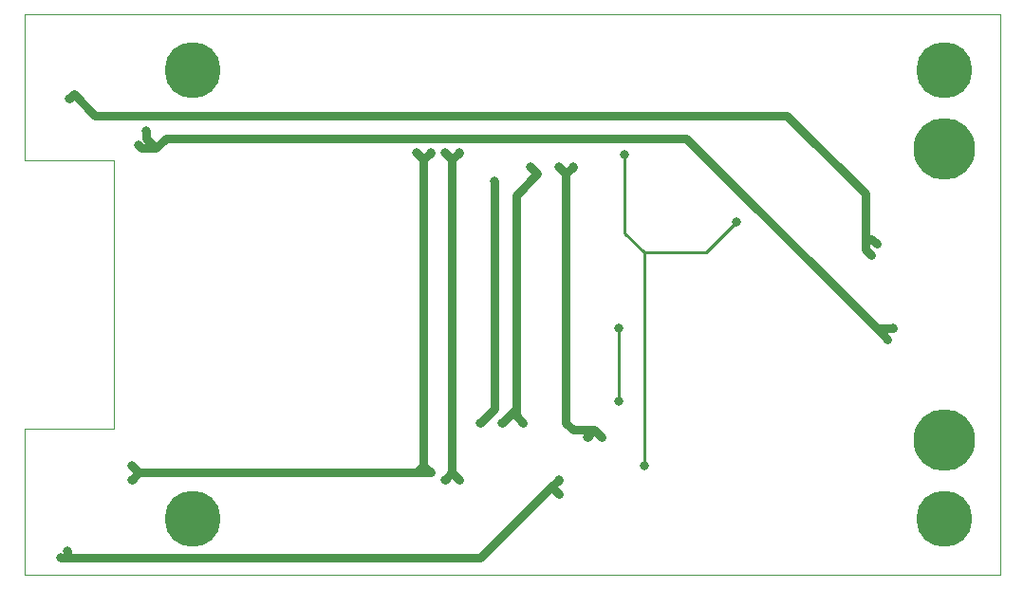
<source format=gbr>
G04 #@! TF.GenerationSoftware,KiCad,Pcbnew,(5.0.0-rc2-60-gbfa89039c)*
G04 #@! TF.CreationDate,2019-08-02T13:23:08+03:00*
G04 #@! TF.ProjectId,ModelPCB,4D6F64656C5043422E6B696361645F70,rev?*
G04 #@! TF.SameCoordinates,Original*
G04 #@! TF.FileFunction,Copper,L2,Bot,Signal*
G04 #@! TF.FilePolarity,Positive*
%FSLAX46Y46*%
G04 Gerber Fmt 4.6, Leading zero omitted, Abs format (unit mm)*
G04 Created by KiCad (PCBNEW (5.0.0-rc2-60-gbfa89039c)) date 08/02/19 13:23:08*
%MOMM*%
%LPD*%
G01*
G04 APERTURE LIST*
G04 #@! TA.AperFunction,NonConductor*
%ADD10C,0.050000*%
G04 #@! TD*
G04 #@! TA.AperFunction,ComponentPad*
%ADD11C,5.000000*%
G04 #@! TD*
G04 #@! TA.AperFunction,ComponentPad*
%ADD12C,5.500000*%
G04 #@! TD*
G04 #@! TA.AperFunction,ViaPad*
%ADD13C,0.800000*%
G04 #@! TD*
G04 #@! TA.AperFunction,Conductor*
%ADD14C,0.800000*%
G04 #@! TD*
G04 #@! TA.AperFunction,Conductor*
%ADD15C,0.250000*%
G04 #@! TD*
G04 APERTURE END LIST*
D10*
X154300000Y-63900000D02*
X241300000Y-63900000D01*
X154300000Y-113900000D02*
X154300000Y-100900000D01*
X154300000Y-76900000D02*
X154300000Y-63900000D01*
X162300000Y-76900000D02*
X154300000Y-76900000D01*
X241300000Y-113900000D02*
X154300000Y-113900000D01*
X162300000Y-100900000D02*
X162300000Y-76900000D01*
X154300000Y-100900000D02*
X162300000Y-100900000D01*
X241300000Y-113900000D02*
X241300000Y-63900000D01*
D11*
G04 #@! TO.P,H2,1*
G04 #@! TO.N,N/C*
X169300000Y-68900000D03*
G04 #@! TD*
G04 #@! TO.P,H3,1*
G04 #@! TO.N,N/C*
X236300000Y-68900000D03*
G04 #@! TD*
D12*
G04 #@! TO.P,H6,1*
G04 #@! TO.N,N/C*
X236300000Y-101900000D03*
G04 #@! TD*
D11*
G04 #@! TO.P,H4,1*
G04 #@! TO.N,N/C*
X236300000Y-108900000D03*
G04 #@! TD*
D12*
G04 #@! TO.P,H5,1*
G04 #@! TO.N,N/C*
X236300000Y-75900000D03*
G04 #@! TD*
D11*
G04 #@! TO.P,H1,1*
G04 #@! TO.N,N/C*
X169300000Y-108900000D03*
G04 #@! TD*
D13*
G04 #@! TO.N,Net-(J1-Pad2)*
X165100000Y-74295000D03*
X164465000Y-75565000D03*
G04 #@! TO.N,/GND*
X199390000Y-77470000D03*
X196850000Y-100330000D03*
X198755000Y-100330000D03*
X196215000Y-78740000D03*
X194945000Y-100330000D03*
G04 #@! TO.N,/SIG*
X209550000Y-104140000D03*
G04 #@! TO.N,Net-(J1-Pad2)*
X231300000Y-92899948D03*
X231800000Y-91900000D03*
G04 #@! TO.N,Net-(J1-Pad5)*
X158300000Y-71400000D03*
X229800000Y-85400000D03*
X230300000Y-84400000D03*
G04 #@! TO.N,/SIG*
X207800000Y-76400000D03*
X217800000Y-82400000D03*
G04 #@! TO.N,/5V*
X201930000Y-77470000D03*
X203200000Y-77470000D03*
X205740000Y-101600000D03*
X204470000Y-101600000D03*
X157480000Y-112395000D03*
X158115000Y-111760000D03*
X201930000Y-105410000D03*
X201930000Y-106680000D03*
G04 #@! TO.N,/12V*
X163830000Y-104140000D03*
X163830000Y-105410000D03*
X189230000Y-76200000D03*
X190500000Y-76200000D03*
X190500000Y-104775000D03*
X189230000Y-104775000D03*
G04 #@! TO.N,Net-(J2-Pad2)*
X193040000Y-105410000D03*
X191770000Y-105410000D03*
X193040000Y-76200000D03*
X191770000Y-76200000D03*
G04 #@! TO.N,/SIG_BP*
X207300000Y-98400000D03*
X207300000Y-91900000D03*
G04 #@! TD*
D14*
G04 #@! TO.N,Net-(J1-Pad2)*
X166004992Y-75834992D02*
X165100000Y-74930000D01*
X165100000Y-74930000D02*
X165100000Y-74295000D01*
X166004992Y-75834992D02*
X164734992Y-75834992D01*
X164734992Y-75834992D02*
X164465000Y-75565000D01*
G04 #@! TO.N,/GND*
X199390000Y-77470000D02*
X200025000Y-78105000D01*
X200025000Y-78105000D02*
X198120000Y-80010000D01*
X198120000Y-80010000D02*
X198120000Y-99060000D01*
X198120000Y-99060000D02*
X196850000Y-100330000D01*
X198120000Y-99060000D02*
X198120000Y-99695000D01*
X198120000Y-99695000D02*
X198755000Y-100330000D01*
X196215000Y-78740000D02*
X196215000Y-99060000D01*
X196215000Y-99060000D02*
X194945000Y-100330000D01*
G04 #@! TO.N,Net-(J1-Pad2)*
X230900001Y-92499949D02*
X231300000Y-92899948D01*
X166909984Y-74930000D02*
X213330052Y-74930000D01*
X166004992Y-75834992D02*
X166909984Y-74930000D01*
X230300052Y-91900000D02*
X231800000Y-91900000D01*
X230300052Y-91900000D02*
X230900001Y-92499949D01*
X213330052Y-74930000D02*
X230300052Y-91900000D01*
G04 #@! TO.N,Net-(J1-Pad5)*
X158699999Y-71000001D02*
X158300000Y-71400000D01*
X160599998Y-72900000D02*
X158699999Y-71000001D01*
X229300000Y-79900000D02*
X222300000Y-72900000D01*
X222300000Y-72900000D02*
X160599998Y-72900000D01*
X229300000Y-84900000D02*
X229800000Y-85400000D01*
X229800000Y-83900000D02*
X229300000Y-83900000D01*
X230300000Y-84400000D02*
X229800000Y-83900000D01*
X229300000Y-79900000D02*
X229300000Y-83900000D01*
X229300000Y-83900000D02*
X229300000Y-84900000D01*
D15*
G04 #@! TO.N,/SIG*
X207800000Y-83400000D02*
X207800000Y-76400000D01*
X209550000Y-104140000D02*
X209550000Y-85150000D01*
X209550000Y-85150000D02*
X207800000Y-83400000D01*
X209550000Y-85150000D02*
X215050000Y-85150000D01*
X215050000Y-85150000D02*
X217800000Y-82400000D01*
D14*
G04 #@! TO.N,/5V*
X201930000Y-77470000D02*
X202565000Y-78105000D01*
X203200000Y-77470000D02*
X202565000Y-78105000D01*
X205740000Y-101600000D02*
X205105000Y-100965000D01*
X204470000Y-101600000D02*
X205105000Y-100965000D01*
X158115000Y-112395000D02*
X157480000Y-112395000D01*
X158115000Y-112395000D02*
X158115000Y-111760000D01*
X194945000Y-112395000D02*
X158115000Y-112395000D01*
X201295000Y-106045000D02*
X201930000Y-106680000D01*
X201295000Y-106045000D02*
X194945000Y-112395000D01*
X201930000Y-105410000D02*
X201295000Y-106045000D01*
X202565000Y-78105000D02*
X202565000Y-100330000D01*
X203200000Y-100965000D02*
X202565000Y-100330000D01*
X205105000Y-100965000D02*
X203200000Y-100965000D01*
G04 #@! TO.N,/12V*
X164465000Y-104775000D02*
X163830000Y-104140000D01*
X164465000Y-104775000D02*
X163830000Y-105410000D01*
X189865000Y-76835000D02*
X189230000Y-76200000D01*
X189865000Y-76835000D02*
X190500000Y-76200000D01*
X190500000Y-104775000D02*
X189230000Y-104775000D01*
X189230000Y-104775000D02*
X164465000Y-104775000D01*
X189865000Y-104140000D02*
X190500000Y-104775000D01*
X189865000Y-76835000D02*
X189865000Y-104140000D01*
X189865000Y-104140000D02*
X189230000Y-104775000D01*
G04 #@! TO.N,Net-(J2-Pad2)*
X193040000Y-105410000D02*
X192405000Y-104775000D01*
X192405000Y-104775000D02*
X191770000Y-105410000D01*
X192405000Y-104775000D02*
X192405000Y-76835000D01*
X192405000Y-76835000D02*
X193040000Y-76200000D01*
X191770000Y-76200000D02*
X192405000Y-76835000D01*
D15*
G04 #@! TO.N,/SIG_BP*
X207300000Y-98400000D02*
X207300000Y-94400000D01*
X207300000Y-94400000D02*
X207300000Y-91900000D01*
G04 #@! TD*
M02*

</source>
